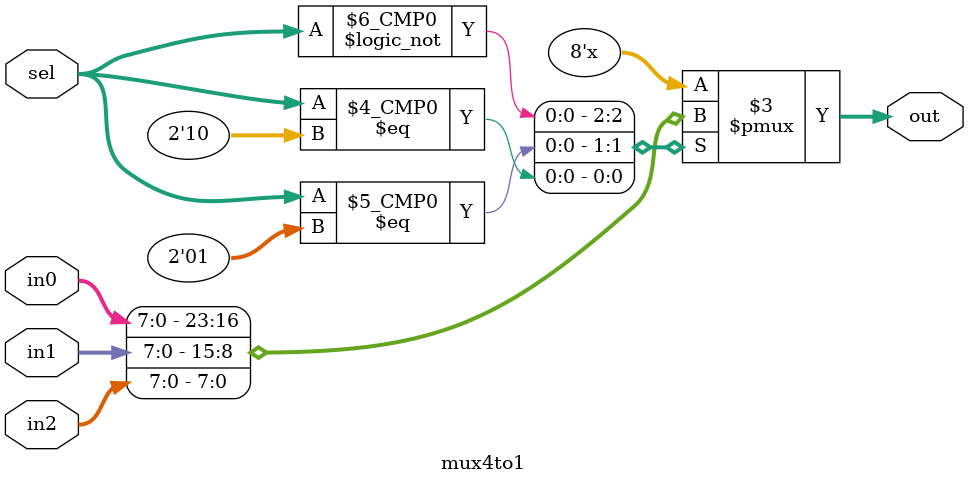
<source format=v>
module mux4to1(sel,in0,in1,in2,out);

	input [1:0]sel;
	input [7:0]in0,in1,in2;
	output reg[7:0]out;
	
	always@(sel,in0,in1,in2)
	case(sel)
		2'b00:	out = in0;
		2'b01:	out = in1;
		2'b10:	out = in2;
	default: out = 8'bzzzzzzzz;
	endcase

endmodule 
</source>
